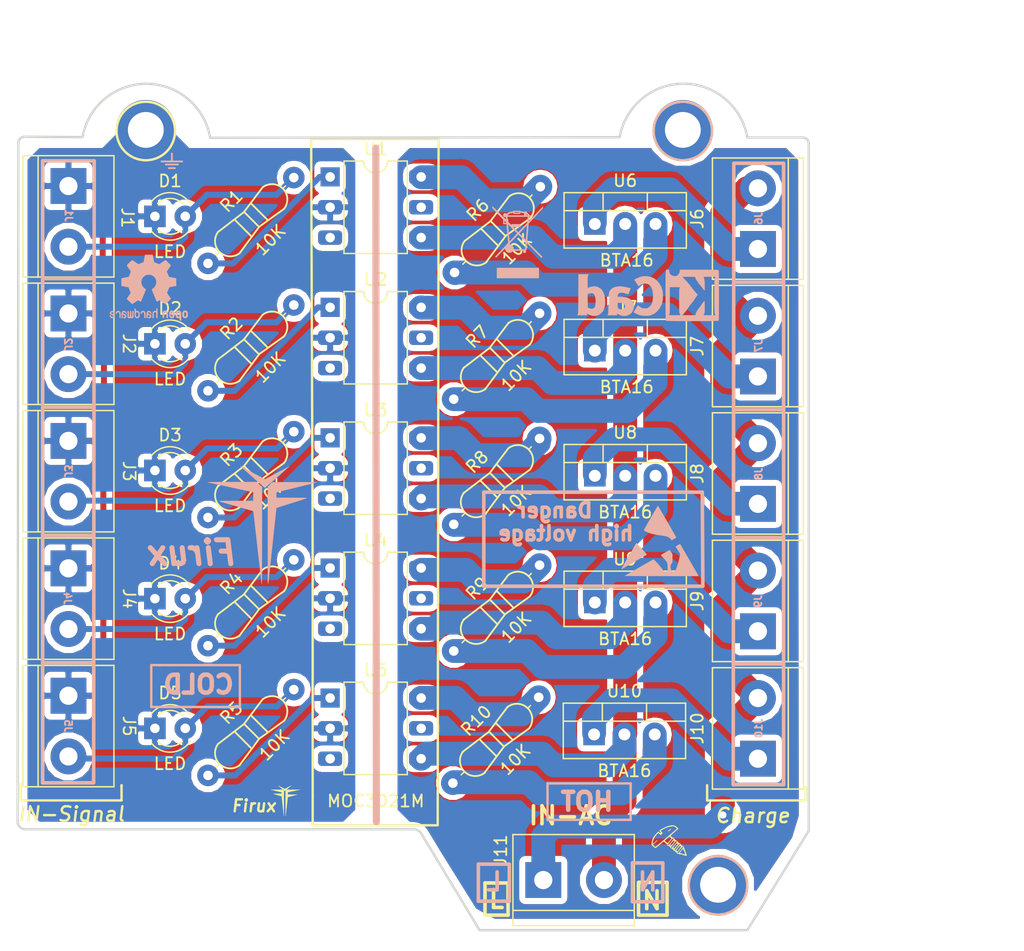
<source format=kicad_pcb>
(kicad_pcb (version 20171130) (host pcbnew "(5.0.0)")
  (layers (0 F.Cu signal) (31 B.Cu signal) (34 B.Paste user) (35 F.Paste user) (36 B.SilkS user) (37 F.SilkS user) (38 B.Mask user) (39 F.Mask user) (44 Edge.Cuts user))
  (net 0 "")
  (net 1 "Net-(D1-Pad2)")
  (net 2 GND)
  (net 3 "Net-(D2-Pad2)")
  (net 4 "Net-(D3-Pad2)")
  (net 5 "Net-(D4-Pad2)")
  (net 6 "Net-(D5-Pad2)")
  (net 7 "Net-(J10-Pad2)")
  (net 8 "Net-(J6-Pad1)")
  (net 9 "Net-(J7-Pad1)")
  (net 10 "Net-(J8-Pad1)")
  (net 11 "Net-(J9-Pad1)")
  (net 12 "Net-(J10-Pad1)")
  (net 13 "Net-(J11-Pad2)")
  (net 14 "Net-(R1-Pad1)")
  (net 15 "Net-(R2-Pad1)")
  (net 16 "Net-(R3-Pad1)")
  (net 17 "Net-(R4-Pad1)")
  (net 18 "Net-(R5-Pad1)")
  (net 19 "Net-(R6-Pad1)")
  (net 20 "Net-(R6-Pad2)")
  (net 21 "Net-(R7-Pad2)")
  (net 22 "Net-(R7-Pad1)")
  (net 23 "Net-(R8-Pad1)")
  (net 24 "Net-(R8-Pad2)")
  (net 25 "Net-(R9-Pad1)")
  (net 26 "Net-(R9-Pad2)")
  (net 27 "Net-(R10-Pad1)")
  (net 28 "Net-(R10-Pad2)")
  (net 29 "Net-(U1-Pad5)")
  (net 30 "Net-(U1-Pad3)")
  (net 31 "Net-(U2-Pad5)")
  (net 32 "Net-(U2-Pad3)")
  (net 33 "Net-(U3-Pad3)")
  (net 34 "Net-(U3-Pad5)")
  (net 35 "Net-(U4-Pad3)")
  (net 36 "Net-(U4-Pad5)")
  (net 37 "Net-(U5-Pad3)")
  (net 38 "Net-(U5-Pad5)")
  (module Firux:R_Axial_DIN0207_L6.3mm_D2.5mm_P10.16mm_Horizontal (layer F.Cu) (at 82.858795 81.098205 45)
    (fp_text reference R10 (at 5.08 -2.31 45) (layer F.SilkS))
    (fp_text value 10K (at 5.08 2.31 45) (layer F.SilkS))
    (pad 2 thru_hole oval (at 10.16 0 45) (size 1.8 1.8) (drill 0.8) (layers *.Cu *.Mask) (net 28 "Net-(R10-Pad2)"))
    (pad 1 thru_hole circle (at 0 0 45) (size 1.8 1.8) (drill 0.8) (layers *.Cu *.Mask) (net 27 "Net-(R10-Pad1)"))
  )
  (module Firux:R_Axial_DIN0207_L6.3mm_D2.5mm_P10.16mm_Horizontal (layer F.Cu) (at 82.931 70.0405 45)
    (fp_text reference R9 (at 5.08 -2.31 45) (layer F.SilkS))
    (fp_text value 10K (at 5.08 2.31 45) (layer F.SilkS))
    (pad 2 thru_hole oval (at 10.16 0 45) (size 1.8 1.8) (drill 0.8) (layers *.Cu *.Mask) (net 26 "Net-(R9-Pad2)"))
    (pad 1 thru_hole circle (at 0 0 45) (size 1.8 1.8) (drill 0.8) (layers *.Cu *.Mask) (net 25 "Net-(R9-Pad1)"))
  )
  (module Firux:R_Axial_DIN0207_L6.3mm_D2.5mm_P10.16mm_Horizontal (layer F.Cu) (at 82.931 59.436 45)
    (fp_text reference R8 (at 5.08 -2.31 45) (layer F.SilkS))
    (fp_text value 10K (at 5.08 2.31 45) (layer F.SilkS))
    (pad 2 thru_hole oval (at 10.16 0 45) (size 1.8 1.8) (drill 0.8) (layers *.Cu *.Mask) (net 24 "Net-(R8-Pad2)"))
    (pad 1 thru_hole circle (at 0 0 45) (size 1.8 1.8) (drill 0.8) (layers *.Cu *.Mask) (net 23 "Net-(R8-Pad1)"))
  )
  (module Firux:R_Axial_DIN0207_L6.3mm_D2.5mm_P10.16mm_Horizontal (layer F.Cu) (at 82.931 48.9585 45)
    (fp_text reference R7 (at 5.08 -2.31 45) (layer F.SilkS))
    (fp_text value 10K (at 5.08 2.31 45) (layer F.SilkS))
    (pad 2 thru_hole oval (at 10.16 0 45) (size 1.8 1.8) (drill 0.8) (layers *.Cu *.Mask) (net 21 "Net-(R7-Pad2)"))
    (pad 1 thru_hole circle (at 0 0 45) (size 1.8 1.8) (drill 0.8) (layers *.Cu *.Mask) (net 22 "Net-(R7-Pad1)"))
  )
  (module Firux:R_Axial_DIN0207_L6.3mm_D2.5mm_P10.16mm_Horizontal (layer F.Cu) (at 82.9945 38.354 45)
    (fp_text reference R6 (at 5.08 -2.31 45) (layer F.SilkS))
    (fp_text value 10K (at 5.08 2.31 45) (layer F.SilkS))
    (pad 2 thru_hole oval (at 10.16 0 45) (size 1.8 1.8) (drill 0.8) (layers *.Cu *.Mask) (net 20 "Net-(R6-Pad2)"))
    (pad 1 thru_hole circle (at 0 0 45) (size 1.8 1.8) (drill 0.8) (layers *.Cu *.Mask) (net 19 "Net-(R6-Pad1)"))
  )
  (module Firux:R_Axial_DIN0207_L6.3mm_D2.5mm_P10.16mm_Horizontal (layer F.Cu) (at 62.357 80.4545 45)
    (fp_text reference R5 (at 5.08 -2.31 45) (layer F.SilkS))
    (fp_text value 10K (at 5.720423 2.146281 45) (layer F.SilkS))
    (pad 2 thru_hole oval (at 10.16 0 45) (size 1.8 1.8) (drill 0.8) (layers *.Cu *.Mask) (net 6 "Net-(D5-Pad2)"))
    (pad 1 thru_hole circle (at 0 0 45) (size 1.8 1.8) (drill 0.8) (layers *.Cu *.Mask) (net 18 "Net-(R5-Pad1)"))
  )
  (module Firux:R_Axial_DIN0207_L6.3mm_D2.5mm_P10.16mm_Horizontal (layer F.Cu) (at 62.357 69.596 45)
    (fp_text reference R4 (at 5.08 -2.31 45) (layer F.SilkS))
    (fp_text value 10K (at 5.08 2.31 45) (layer F.SilkS))
    (pad 2 thru_hole oval (at 10.16 0 45) (size 1.8 1.8) (drill 0.8) (layers *.Cu *.Mask) (net 5 "Net-(D4-Pad2)"))
    (pad 1 thru_hole circle (at 0 0 45) (size 1.8 1.8) (drill 0.8) (layers *.Cu *.Mask) (net 17 "Net-(R4-Pad1)"))
  )
  (module Firux:R_Axial_DIN0207_L6.3mm_D2.5mm_P10.16mm_Horizontal (layer F.Cu) (at 62.357 58.8645 45)
    (fp_text reference R3 (at 5.08 -2.31 45) (layer F.SilkS))
    (fp_text value 10K (at 5.08 2.31 45) (layer F.SilkS))
    (pad 2 thru_hole oval (at 10.16 0 45) (size 1.8 1.8) (drill 0.8) (layers *.Cu *.Mask) (net 4 "Net-(D3-Pad2)"))
    (pad 1 thru_hole circle (at 0 0 45) (size 1.8 1.8) (drill 0.8) (layers *.Cu *.Mask) (net 16 "Net-(R3-Pad1)"))
  )
  (module Firux:R_Axial_DIN0207_L6.3mm_D2.5mm_P10.16mm_Horizontal (layer F.Cu) (at 62.357 48.26 45)
    (fp_text reference R2 (at 5.08 -2.31 45) (layer F.SilkS))
    (fp_text value 10K (at 5.08 2.31 45) (layer F.SilkS))
    (pad 2 thru_hole oval (at 10.16 0 45) (size 1.8 1.8) (drill 0.8) (layers *.Cu *.Mask) (net 3 "Net-(D2-Pad2)"))
    (pad 1 thru_hole circle (at 0 0 45) (size 1.8 1.8) (drill 0.8) (layers *.Cu *.Mask) (net 15 "Net-(R2-Pad1)"))
  )
  (module Firux:R_Axial_DIN0207_L6.3mm_D2.5mm_P10.16mm_Horizontal (layer F.Cu) (at 62.357 37.592 45)
    (fp_text reference R1 (at 5.08 -2.31 45) (layer F.SilkS))
    (fp_text value 10K (at 5.08 2.31 225) (layer F.SilkS))
    (pad 2 thru_hole oval (at 10.16 0 45) (size 1.8 1.8) (drill 0.8) (layers *.Cu *.Mask) (net 1 "Net-(D1-Pad2)"))
    (pad 1 thru_hole circle (at 0 0 45) (size 1.8 1.8) (drill 0.8) (layers *.Cu *.Mask) (net 14 "Net-(R1-Pad1)"))
  )
  (module TO_SOT_Packages_THT:TO-220-3_Vertical (layer F.Cu) (at 94.6785 77.0255)
    (fp_text reference U10 (at 2.54 -3.62) (layer F.SilkS))
    (fp_text value BTA16 (at 2.54 3.048) (layer F.SilkS))
    (pad 3 thru_hole oval (at 5.08 0) (size 1.8 1.8) (drill 1) (layers *.Cu *.Mask) (net 27 "Net-(R10-Pad1)"))
    (pad 2 thru_hole oval (at 2.54 0) (size 1.8 1.8) (drill 1) (layers *.Cu *.Mask) (net 13 "Net-(J11-Pad2)"))
    (pad 1 thru_hole rect (at 0 0) (size 1.8 1.8) (drill 1) (layers *.Cu *.Mask) (net 12 "Net-(J10-Pad1)"))
  )
  (module TO_SOT_Packages_THT:TO-220-3_Vertical (layer F.Cu) (at 94.742 65.9765)
    (fp_text reference U9 (at 2.54 -3.62) (layer F.SilkS))
    (fp_text value BTA16 (at 2.54 3.048) (layer F.SilkS))
    (pad 3 thru_hole oval (at 5.08 0) (size 1.8 1.8) (drill 1) (layers *.Cu *.Mask) (net 25 "Net-(R9-Pad1)"))
    (pad 2 thru_hole oval (at 2.54 0) (size 1.8 1.8) (drill 1) (layers *.Cu *.Mask) (net 13 "Net-(J11-Pad2)"))
    (pad 1 thru_hole rect (at 0 0) (size 1.8 1.8) (drill 1) (layers *.Cu *.Mask) (net 11 "Net-(J9-Pad1)"))
  )
  (module TO_SOT_Packages_THT:TO-220-3_Vertical (layer F.Cu) (at 94.742 55.372)
    (fp_text reference U8 (at 2.54 -3.62) (layer F.SilkS))
    (fp_text value BTA16 (at 2.54 3.048) (layer F.SilkS))
    (pad 1 thru_hole rect (at 0 0) (size 1.8 1.8) (drill 1) (layers *.Cu *.Mask) (net 10 "Net-(J8-Pad1)"))
    (pad 2 thru_hole oval (at 2.54 0) (size 1.8 1.8) (drill 1) (layers *.Cu *.Mask) (net 13 "Net-(J11-Pad2)"))
    (pad 3 thru_hole oval (at 5.08 0) (size 1.8 1.8) (drill 1) (layers *.Cu *.Mask) (net 23 "Net-(R8-Pad1)"))
  )
  (module TO_SOT_Packages_THT:TO-220-3_Vertical (layer F.Cu) (at 94.742 44.8945)
    (fp_text reference U7 (at 2.54 -3.62) (layer F.SilkS))
    (fp_text value BTA16 (at 2.667 3.048) (layer F.SilkS))
    (pad 3 thru_hole oval (at 5.08 0) (size 1.8 1.8) (drill 1) (layers *.Cu *.Mask) (net 22 "Net-(R7-Pad1)"))
    (pad 2 thru_hole oval (at 2.54 0) (size 1.8 1.8) (drill 1) (layers *.Cu *.Mask) (net 13 "Net-(J11-Pad2)"))
    (pad 1 thru_hole rect (at 0 0) (size 1.8 1.8) (drill 1) (layers *.Cu *.Mask) (net 9 "Net-(J7-Pad1)"))
  )
  (module Housings_DIP:DIP-6_W7.62mm (layer F.Cu) (at 72.5805 73.9775)
    (fp_text reference U5 (at 3.81 -2.33) (layer F.SilkS))
    (fp_text value MOC3021M (at 3.8227 8.6233) (layer F.SilkS))
    (pad 6 thru_hole roundrect (at 7.62 0) (size 2 1.2) (drill 0.8) (layers *.Cu *.Mask) (net 28 "Net-(R10-Pad2)"))
    (pad 3 thru_hole roundrect (at 0 5.08) (size 2 1.2) (drill 0.8) (layers *.Cu *.Mask) (net 37 "Net-(U5-Pad3)"))
    (pad 5 thru_hole roundrect (at 7.62 2.54) (size 2 1.2) (drill 0.8) (layers *.Cu *.Mask) (net 38 "Net-(U5-Pad5)"))
    (pad 2 thru_hole roundrect (at 0 2.54) (size 2 1.2) (drill 0.8) (layers *.Cu *.Mask) (net 2 GND))
    (pad 4 thru_hole roundrect (at 7.62 5.08) (size 2 1.2) (drill 0.8) (layers *.Cu *.Mask) (net 13 "Net-(J11-Pad2)"))
    (pad 1 thru_hole rect (at 0 0) (size 1.6 1.6) (drill 0.8) (layers *.Cu *.Mask) (net 18 "Net-(R5-Pad1)"))
  )
  (module Housings_DIP:DIP-6_W7.62mm (layer F.Cu) (at 72.5805 63.0936)
    (fp_text reference U4 (at 3.81 -2.33) (layer F.SilkS))
    (fp_text value MOC3021M)
    (pad 6 thru_hole roundrect (at 7.62 0) (size 2 1.2) (drill 0.8) (layers *.Cu *.Mask) (net 26 "Net-(R9-Pad2)"))
    (pad 3 thru_hole roundrect (at 0 5.08) (size 2 1.2) (drill 0.8) (layers *.Cu *.Mask) (net 35 "Net-(U4-Pad3)"))
    (pad 5 thru_hole roundrect (at 7.62 2.54) (size 2 1.2) (drill 0.8) (layers *.Cu *.Mask) (net 36 "Net-(U4-Pad5)"))
    (pad 2 thru_hole roundrect (at 0 2.54) (size 2 1.2) (drill 0.8) (layers *.Cu *.Mask) (net 2 GND))
    (pad 4 thru_hole roundrect (at 7.62 5.08) (size 2 1.2) (drill 0.8) (layers *.Cu *.Mask) (net 13 "Net-(J11-Pad2)"))
    (pad 1 thru_hole rect (at 0 0) (size 1.6 1.6) (drill 0.8) (layers *.Cu *.Mask) (net 17 "Net-(R4-Pad1)"))
  )
  (module Housings_DIP:DIP-6_W7.62mm (layer F.Cu) (at 72.5805 52.197)
    (fp_text reference U3 (at 3.81 -2.33) (layer F.SilkS))
    (fp_text value MOC3021M)
    (pad 1 thru_hole rect (at 0 0) (size 1.6 1.6) (drill 0.8) (layers *.Cu *.Mask) (net 16 "Net-(R3-Pad1)"))
    (pad 4 thru_hole roundrect (at 7.62 5.08) (size 2 1.2) (drill 0.8) (layers *.Cu *.Mask) (net 13 "Net-(J11-Pad2)"))
    (pad 2 thru_hole roundrect (at 0 2.54) (size 2 1.2) (drill 0.8) (layers *.Cu *.Mask) (net 2 GND))
    (pad 5 thru_hole roundrect (at 7.62 2.54) (size 2 1.2) (drill 0.8) (layers *.Cu *.Mask) (net 34 "Net-(U3-Pad5)"))
    (pad 3 thru_hole roundrect (at 0 5.08) (size 2 1.2) (drill 0.8) (layers *.Cu *.Mask) (net 33 "Net-(U3-Pad3)"))
    (pad 6 thru_hole roundrect (at 7.62 0) (size 2 1.2) (drill 0.8) (layers *.Cu *.Mask) (net 24 "Net-(R8-Pad2)"))
  )
  (module Housings_DIP:DIP-6_W7.62mm (layer F.Cu) (at 72.5805 41.275)
    (fp_text reference U2 (at 3.81 -2.33) (layer F.SilkS))
    (fp_text value MOC3021M)
    (pad 1 thru_hole rect (at 0 0) (size 1.6 1.6) (drill 0.8) (layers *.Cu *.Mask) (net 15 "Net-(R2-Pad1)"))
    (pad 4 thru_hole roundrect (at 7.62 5.08) (size 2 1.2) (drill 0.8) (layers *.Cu *.Mask) (net 13 "Net-(J11-Pad2)"))
    (pad 2 thru_hole roundrect (at 0 2.54) (size 2 1.2) (drill 0.8) (layers *.Cu *.Mask) (net 2 GND))
    (pad 5 thru_hole roundrect (at 7.62 2.54) (size 2 1.2) (drill 0.8) (layers *.Cu *.Mask) (net 31 "Net-(U2-Pad5)"))
    (pad 3 thru_hole roundrect (at 0 5.08) (size 2 1.2) (drill 0.8) (layers *.Cu *.Mask) (net 32 "Net-(U2-Pad3)"))
    (pad 6 thru_hole roundrect (at 7.62 0) (size 2 1.2) (drill 0.8) (layers *.Cu *.Mask) (net 21 "Net-(R7-Pad2)"))
  )
  (module Connectors_Terminal_Blocks:TerminalBlock_bornier-2_P5.08mm (layer F.Cu) (at 90.424 89.2175)
    (fp_text reference J11 (at -3.556 -2.4765 90) (layer F.SilkS))
    (fp_text value Linea)
    (pad 1 thru_hole rect (at 0 0) (size 3 3) (drill 1.52) (layers *.Cu *.Mask) (net 7 "Net-(J10-Pad2)"))
    (pad 2 thru_hole circle (at 5.08 0) (size 3 3) (drill 1.52) (layers *.Cu *.Mask) (net 13 "Net-(J11-Pad2)"))
  )
  (module Connectors_Terminal_Blocks:TerminalBlock_bornier-2_P5.08mm (layer F.Cu) (at 108.3945 79.0575 90)
    (fp_text reference J10 (at 2.54 -5.08 90) (layer F.SilkS))
    (fp_text value Linea)
    (pad 2 thru_hole circle (at 5.08 0 90) (size 3 3) (drill 1.52) (layers *.Cu *.Mask) (net 7 "Net-(J10-Pad2)"))
    (pad 1 thru_hole rect (at 0 0 90) (size 3 3) (drill 1.52) (layers *.Cu *.Mask) (net 12 "Net-(J10-Pad1)"))
  )
  (module Connectors_Terminal_Blocks:TerminalBlock_bornier-2_P5.08mm (layer F.Cu) (at 108.3945 68.3895 90)
    (fp_text reference J9 (at 2.54 -5.08 90) (layer F.SilkS))
    (fp_text value Linea)
    (pad 2 thru_hole circle (at 5.08 0 90) (size 3 3) (drill 1.52) (layers *.Cu *.Mask) (net 7 "Net-(J10-Pad2)"))
    (pad 1 thru_hole rect (at 0 0 90) (size 3 3) (drill 1.52) (layers *.Cu *.Mask) (net 11 "Net-(J9-Pad1)"))
  )
  (module Connectors_Terminal_Blocks:TerminalBlock_bornier-2_P5.08mm (layer F.Cu) (at 108.3945 57.7215 90)
    (fp_text reference J8 (at 2.54 -5.08 90) (layer F.SilkS))
    (fp_text value Linea)
    (pad 2 thru_hole circle (at 5.08 0 90) (size 3 3) (drill 1.52) (layers *.Cu *.Mask) (net 7 "Net-(J10-Pad2)"))
    (pad 1 thru_hole rect (at 0 0 90) (size 3 3) (drill 1.52) (layers *.Cu *.Mask) (net 10 "Net-(J8-Pad1)"))
  )
  (module Connectors_Terminal_Blocks:TerminalBlock_bornier-2_P5.08mm (layer F.Cu) (at 108.3945 47.0535 90)
    (fp_text reference J7 (at 2.54 -5.08 90) (layer F.SilkS))
    (fp_text value Linea)
    (pad 2 thru_hole circle (at 5.08 0 90) (size 3 3) (drill 1.52) (layers *.Cu *.Mask) (net 7 "Net-(J10-Pad2)"))
    (pad 1 thru_hole rect (at 0 0 90) (size 3 3) (drill 1.52) (layers *.Cu *.Mask) (net 9 "Net-(J7-Pad1)"))
  )
  (module Connectors_Terminal_Blocks:TerminalBlock_bornier-2_P5.08mm (layer F.Cu) (at 108.3945 36.3855 90)
    (fp_text reference J6 (at 2.54 -5.08 90) (layer F.SilkS))
    (fp_text value Linea)
    (pad 1 thru_hole rect (at 0 0 90) (size 3 3) (drill 1.52) (layers *.Cu *.Mask) (net 8 "Net-(J6-Pad1)"))
    (pad 2 thru_hole circle (at 5.08 0 90) (size 3 3) (drill 1.52) (layers *.Cu *.Mask) (net 7 "Net-(J10-Pad2)"))
  )
  (module Connectors_Terminal_Blocks:TerminalBlock_bornier-2_P5.08mm (layer F.Cu) (at 50.673 73.787 270)
    (fp_text reference J5 (at 2.54 -5.08 270 unlocked) (layer F.SilkS))
    (fp_text value Linea)
    (pad 2 thru_hole circle (at 5.08 0 270) (size 3 3) (drill 1.52) (layers *.Cu *.Mask) (net 6 "Net-(D5-Pad2)"))
    (pad 1 thru_hole rect (at 0 0 270) (size 3 3) (drill 1.52) (layers *.Cu *.Mask) (net 2 GND))
  )
  (module Connectors_Terminal_Blocks:TerminalBlock_bornier-2_P5.08mm (layer F.Cu) (at 50.673 63.119 270)
    (fp_text reference J4 (at 2.54 -5.08 270 unlocked) (layer F.SilkS))
    (fp_text value Linea)
    (pad 1 thru_hole rect (at 0 0 270) (size 3 3) (drill 1.52) (layers *.Cu *.Mask) (net 2 GND))
    (pad 2 thru_hole circle (at 5.08 0 270) (size 3 3) (drill 1.52) (layers *.Cu *.Mask) (net 5 "Net-(D4-Pad2)"))
  )
  (module Connectors_Terminal_Blocks:TerminalBlock_bornier-2_P5.08mm (layer F.Cu) (at 50.673 52.451 270)
    (fp_text reference J3 (at 2.54 -5.08 270 unlocked) (layer F.SilkS))
    (fp_text value Linea)
    (pad 1 thru_hole rect (at 0 0 270) (size 3 3) (drill 1.52) (layers *.Cu *.Mask) (net 2 GND))
    (pad 2 thru_hole circle (at 5.08 0 270) (size 3 3) (drill 1.52) (layers *.Cu *.Mask) (net 4 "Net-(D3-Pad2)"))
  )
  (module Connectors_Terminal_Blocks:TerminalBlock_bornier-2_P5.08mm (layer F.Cu) (at 50.673 41.783 270)
    (fp_text reference J2 (at 2.54 -5.08 270 unlocked) (layer F.SilkS))
    (fp_text value Linea)
    (pad 1 thru_hole rect (at 0 0 270) (size 3 3) (drill 1.52) (layers *.Cu *.Mask) (net 2 GND))
    (pad 2 thru_hole circle (at 5.08 0 270) (size 3 3) (drill 1.52) (layers *.Cu *.Mask) (net 3 "Net-(D2-Pad2)"))
  )
  (module LEDs:LED_D3.0mm (layer F.Cu) (at 57.912 76.5175)
    (fp_text reference D5 (at 1.27 -2.96) (layer F.SilkS))
    (fp_text value LED (at 1.27 2.96) (layer F.SilkS))
    (pad 2 thru_hole circle (at 2.54 0) (size 1.8 1.8) (drill 0.8) (layers *.Cu *.Mask) (net 6 "Net-(D5-Pad2)"))
    (pad 1 thru_hole rect (at 0 0) (size 1.8 1.8) (drill 0.8) (layers *.Cu *.Mask) (net 2 GND))
  )
  (module LEDs:LED_D3.0mm (layer F.Cu) (at 57.912 65.659)
    (fp_text reference D4 (at 1.27 -2.96) (layer F.SilkS))
    (fp_text value LED (at 1.27 2.96) (layer F.SilkS))
    (pad 1 thru_hole rect (at 0 0) (size 1.8 1.8) (drill 0.8) (layers *.Cu *.Mask) (net 2 GND))
    (pad 2 thru_hole circle (at 2.54 0) (size 1.8 1.8) (drill 0.8) (layers *.Cu *.Mask) (net 5 "Net-(D4-Pad2)"))
  )
  (module LEDs:LED_D3.0mm (layer F.Cu) (at 57.912 54.9275)
    (fp_text reference D3 (at 1.27 -2.96) (layer F.SilkS))
    (fp_text value LED (at 1.27 2.96) (layer F.SilkS))
    (pad 1 thru_hole rect (at 0 0) (size 1.8 1.8) (drill 0.8) (layers *.Cu *.Mask) (net 2 GND))
    (pad 2 thru_hole circle (at 2.54 0) (size 1.8 1.8) (drill 0.8) (layers *.Cu *.Mask) (net 4 "Net-(D3-Pad2)"))
  )
  (module LEDs:LED_D3.0mm (layer F.Cu) (at 57.912 44.323)
    (fp_text reference D2 (at 1.27 -2.96) (layer F.SilkS))
    (fp_text value LED (at 1.27 2.96) (layer F.SilkS))
    (pad 2 thru_hole circle (at 2.54 0) (size 1.8 1.8) (drill 0.8) (layers *.Cu *.Mask) (net 3 "Net-(D2-Pad2)"))
    (pad 1 thru_hole rect (at 0 0) (size 1.8 1.8) (drill 0.8) (layers *.Cu *.Mask) (net 2 GND))
  )
  (module LEDs:LED_D3.0mm (layer F.Cu) (at 57.912 33.655)
    (fp_text reference D1 (at 1.27 -2.96) (layer F.SilkS))
    (fp_text value LED (at 1.27 2.96) (layer F.SilkS))
    (pad 2 thru_hole circle (at 2.54 0) (size 1.8 1.8) (drill 0.8) (layers *.Cu *.Mask) (net 1 "Net-(D1-Pad2)"))
    (pad 1 thru_hole rect (at 0 0) (size 1.8 1.8) (drill 0.8) (layers *.Cu *.Mask) (net 2 GND))
  )
  (module TO_SOT_Packages_THT:TO-220-3_Vertical (layer F.Cu) (at 94.742 34.29)
    (fp_text reference U6 (at 2.54 -3.62) (layer F.SilkS))
    (fp_text value BTA16 (at 2.667 3.048) (layer F.SilkS))
    (pad 1 thru_hole rect (at 0 0) (size 1.8 1.8) (drill 1) (layers *.Cu *.Mask) (net 8 "Net-(J6-Pad1)"))
    (pad 2 thru_hole oval (at 2.54 0) (size 1.8 1.8) (drill 1) (layers *.Cu *.Mask) (net 13 "Net-(J11-Pad2)"))
    (pad 3 thru_hole oval (at 5.08 0) (size 1.8 1.8) (drill 1) (layers *.Cu *.Mask) (net 19 "Net-(R6-Pad1)"))
  )
  (module Connectors_Terminal_Blocks:TerminalBlock_bornier-2_P5.08mm (layer F.Cu) (at 50.673 31.115 270)
    (fp_text reference J1 (at 2.667 -4.953 270 unlocked) (layer F.SilkS))
    (fp_text value Linea)
    (pad 1 thru_hole rect (at 0 0 270) (size 3 3) (drill 1.52) (layers *.Cu *.Mask) (net 2 GND))
    (pad 2 thru_hole circle (at 5.08 0 270) (size 3 3) (drill 1.52) (layers *.Cu *.Mask) (net 1 "Net-(D1-Pad2)"))
  )
  (module Housings_DIP:DIP-6_W7.62mm (layer F.Cu) (at 72.5805 30.353)
    (fp_text reference U1 (at 3.81 -2.33) (layer F.SilkS))
    (fp_text value MOC3021M)
    (pad 6 thru_hole roundrect (at 7.62 0) (size 2 1.2) (drill 0.8) (layers *.Cu *.Mask) (net 20 "Net-(R6-Pad2)"))
    (pad 3 thru_hole roundrect (at 0 5.08) (size 2 1.2) (drill 0.8) (layers *.Cu *.Mask) (net 30 "Net-(U1-Pad3)"))
    (pad 5 thru_hole roundrect (at 7.62 2.54) (size 2 1.2) (drill 0.8) (layers *.Cu *.Mask) (net 29 "Net-(U1-Pad5)"))
    (pad 2 thru_hole roundrect (at 0 2.54) (size 2 1.2) (drill 0.8) (layers *.Cu *.Mask) (net 2 GND))
    (pad 4 thru_hole roundrect (at 7.62 5.08) (size 2 1.2) (drill 0.8) (layers *.Cu *.Mask) (net 13 "Net-(J11-Pad2)"))
    (pad 1 thru_hole rect (at 0 0) (size 1.6 1.6) (drill 0.8) (layers *.Cu *.Mask) (net 14 "Net-(R1-Pad1)"))
  )
  (module Symbols:OSHW-Logo2_7.3x6mm_SilkScreen (layer B.Cu) (at 57.404 39.624 180)
    (fp_text reference "" hide)
    (fp_text value OSHW-Logo2_7.3x6mm_SilkScreen hide)
  )
  (module Symbols:WEEE-Logo_4.2x6mm_SilkScreen (layer B.Cu) (at 88.2904 35.814 180)
    (fp_text reference REF*** hide)
    (fp_text value WEEE-Logo_4.2x6mm_SilkScreen hide)
  )
  (module Symbols:Symbol_KiCAD-Logo_CopperAndSilkScreenTop (layer B.Cu) (at 99.2124 40.0812 180)
    (fp_text reference REF** hide)
    (fp_text value "KiCAD Logo" hide)
  )
  (module Symbols:ESD-Logo_6.6x6mm_SilkScreen (layer B.Cu) (at 100.1776 60.8076 180)
    (fp_text reference REF*** hide)
    (fp_text value ESD-Logo_6.6x6mm_SilkScreen hide)
  )
  (module Firux:tornillo (layer F.Cu) (at 101.2444 85.852)
    (fp_text reference G*** hide)
    (fp_text value LOGO hide)
  )
  (module Firux:tierrapcb (layer B.Cu) (at 59.3344 28.956 180)
    (fp_text reference REF** hide)
    (fp_text value tierrapcb)
  )
  (module Firux:logofirux (layer B.Cu) (at 67.1068 59.182 180)
    (fp_text reference G*** hide)
    (fp_text value LOGO hide)
  )
  (module Firux:logofiruxsmall (layer F.Cu) (at 68.7832 82.4992)
    (fp_text reference G*** hide)
    (fp_text value LOGO hide)
  )
  (gr_line (start 85.5472 89.4588) (end 87.376 89.4588) (layer F.SilkS) (width 0.3))
  (gr_line (start 85.5472 92.1512) (end 85.5472 89.4588) (layer F.SilkS) (width 0.3))
  (gr_line (start 87.4776 92.1512) (end 85.5472 92.1512) (layer F.SilkS) (width 0.3))
  (gr_line (start 87.4776 89.4588) (end 87.4776 92.1512) (layer F.SilkS) (width 0.3))
  (gr_line (start 98.3996 89.408) (end 98.3996 89.7636) (layer F.SilkS) (width 0.3))
  (gr_line (start 100.7872 89.408) (end 98.3996 89.408) (layer F.SilkS) (width 0.3))
  (gr_line (start 100.7872 92.1512) (end 100.7872 89.408) (layer F.SilkS) (width 0.3))
  (gr_line (start 98.3996 92.1512) (end 100.7872 92.1512) (layer F.SilkS) (width 0.3))
  (gr_line (start 98.3996 89.662) (end 98.3996 92.1512) (layer F.SilkS) (width 0.3))
  (gr_line (start 110.49 71.12) (end 106.3244 71.12) (layer B.SilkS) (width 0.3))
  (gr_line (start 110.5408 60.5536) (end 106.3752 60.5536) (layer B.SilkS) (width 0.3))
  (gr_line (start 110.5408 49.8348) (end 106.3752 49.8348) (layer B.SilkS) (width 0.3))
  (gr_line (start 110.5408 39.1668) (end 106.426 39.1668) (layer B.SilkS) (width 0.3))
  (gr_line (start 110.5408 81.026) (end 110.5408 81.2292) (layer B.SilkS) (width 0.3))
  (gr_line (start 110.5408 29.21) (end 110.5408 81.1276) (layer B.SilkS) (width 0.3))
  (gr_line (start 106.3752 29.21) (end 110.49 29.21) (layer B.SilkS) (width 0.3))
  (gr_line (start 106.3244 81.2292) (end 106.3752 29.21) (layer B.SilkS) (width 0.3))
  (gr_line (start 110.5408 81.2292) (end 106.3244 81.2292) (layer B.SilkS) (width 0.3))
  (gr_line (start 48.514 71.0184) (end 52.6796 71.0184) (layer B.SilkS) (width 0.3))
  (gr_line (start 48.5648 60.3504) (end 52.6796 60.3504) (layer B.SilkS) (width 0.3))
  (gr_line (start 48.6156 49.6316) (end 52.7812 49.6316) (layer B.SilkS) (width 0.3))
  (gr_line (start 48.5648 38.862) (end 52.7812 38.862) (layer B.SilkS) (width 0.3))
  (gr_line (start 48.514 81.0768) (end 48.514 29.0068) (layer B.SilkS) (width 0.3))
  (gr_line (start 52.7812 81.0768) (end 48.514 81.0768) (layer B.SilkS) (width 0.3))
  (gr_line (start 52.832 29.0576) (end 52.7812 81.026) (layer B.SilkS) (width 0.3))
  (gr_line (start 48.5648 29.0068) (end 52.832 29.0068) (layer B.SilkS) (width 0.3))
  (gr_text Firux (at 61.0616 61.8236) (layer B.SilkS) (effects (font (size 2 2) (thickness 0.425) italic) (justify mirror)))
  (gr_line (start 85.4456 64.6176) (end 85.4456 56.7436) (layer B.SilkS) (width 0.3))
  (gr_line (start 103.7844 64.6176) (end 85.4456 64.6176) (layer B.SilkS) (width 0.3))
  (gr_line (start 103.7336 56.7436) (end 103.7844 64.6176) (layer B.SilkS) (width 0.3))
  (gr_line (start 85.4456 56.7436) (end 103.7336 56.7436) (layer B.SilkS) (width 0.3))
  (gr_text J10 (at 108.458 76.5048 90) (layer B.SilkS) (effects (font (size 0.6 0.6)) (justify mirror)))
  (gr_text J9 (at 108.4072 65.8876 90) (layer B.SilkS) (effects (font (size 0.6 0.6)) (justify mirror)))
  (gr_text J8 (at 108.458 55.2196 90) (layer B.SilkS) (effects (font (size 0.6 0.6)) (justify mirror)))
  (gr_text J7 (at 108.458 44.5008 90) (layer B.SilkS) (effects (font (size 0.6 0.6)) (justify mirror)))
  (gr_text J6 (at 108.458 33.8328 90) (layer B.SilkS) (effects (font (size 0.6 0.6)) (justify mirror)))
  (gr_text J5 (at 50.6476 76.3016 270) (layer B.SilkS) (effects (font (size 0.6 0.6)) (justify mirror)))
  (gr_text J4 (at 50.5968 65.6336 270) (layer B.SilkS) (effects (font (size 0.6 0.6)) (justify mirror)))
  (gr_text J3 (at 50.6476 54.9656 270) (layer B.SilkS) (effects (font (size 0.6 0.6)) (justify mirror)))
  (gr_text J2 (at 50.6476 44.3484 270) (layer B.SilkS) (effects (font (size 0.6 0.6)) (justify mirror)))
  (gr_text J1 (at 50.6984 33.5788 270) (layer B.SilkS) (effects (font (size 0.6 0.6)) (justify mirror)))
  (gr_circle (center 102.108 26.507055) (end 104.556945 26.507055) (layer B.SilkS) (width 0.2))
  (gr_circle (center 105.0544 89.662) (end 107.503345 89.662) (layer B.SilkS) (width 0.2))
  (gr_text Firux (at 66.1924 83.0072) (layer F.SilkS) (effects (font (size 1 1) (thickness 0.2) italic)))
  (gr_line (start 87.5792 90.9828) (end 87.5792 87.9348) (layer B.SilkS) (width 0.3))
  (gr_line (start 84.9884 90.9828) (end 87.5792 90.9828) (layer B.SilkS) (width 0.3))
  (gr_line (start 84.9884 87.884) (end 84.9884 90.9828) (layer B.SilkS) (width 0.3))
  (gr_line (start 87.5792 87.884) (end 84.9884 87.884) (layer B.SilkS) (width 0.3))
  (gr_line (start 97.8916 90.9828) (end 97.8916 87.7824) (layer B.SilkS) (width 0.3))
  (gr_line (start 100.4316 91.0336) (end 97.8916 91.0336) (layer B.SilkS) (width 0.3))
  (gr_line (start 100.4316 87.7824) (end 100.4316 91.0336) (layer B.SilkS) (width 0.3))
  (gr_line (start 97.8916 87.7824) (end 100.4316 87.7824) (layer B.SilkS) (width 0.3))
  (gr_text "   Danger \nhigh voltage" (at 92.3036 59.2328) (layer B.SilkS) (effects (font (size 1.2 1.2) (thickness 0.3)) (justify mirror)))
  (gr_line (start 76.4032 27.94) (end 76.454 84.328) (layer B.SilkS) (width 0.6))
  (gr_line (start 58.3184 71.2216) (end 57.6072 71.2216) (layer B.SilkS) (width 0.2))
  (gr_line (start 58.3692 71.2216) (end 58.3184 71.2216) (layer B.SilkS) (width 0.2))
  (gr_line (start 57.6072 74.7268) (end 57.6072 71.2216) (layer B.SilkS) (width 0.2))
  (gr_line (start 65.024 74.7268) (end 57.6072 74.7268) (layer B.SilkS) (width 0.2))
  (gr_line (start 65.024 71.2216) (end 65.024 74.7268) (layer B.SilkS) (width 0.2))
  (gr_line (start 58.3184 71.2216) (end 65.024 71.2216) (layer B.SilkS) (width 0.2))
  (gr_line (start 97.7392 81.1276) (end 90.7796 81.1276) (layer B.SilkS) (width 0.2))
  (gr_line (start 97.7392 84.1756) (end 97.7392 81.1276) (layer B.SilkS) (width 0.2))
  (gr_line (start 90.7796 84.1756) (end 97.7392 84.1756) (layer B.SilkS) (width 0.2))
  (gr_line (start 90.7796 81.1276) (end 90.7796 84.1756) (layer B.SilkS) (width 0.2))
  (gr_text L (at 86.3092 89.3572) (layer B.SilkS) (effects (font (size 1.5 1.5) (thickness 0.3)) (justify mirror)))
  (gr_text N (at 99.1616 89.3572) (layer B.SilkS) (effects (font (size 1.5 1.5) (thickness 0.3)) (justify mirror)))
  (gr_text COLD (at 61.5696 72.8472) (layer B.SilkS) (effects (font (size 1.5 1.5) (thickness 0.375)) (justify mirror)))
  (gr_text HOT (at 94.0816 82.6516) (layer B.SilkS) (effects (font (size 1.5 1.5) (thickness 0.375)) (justify mirror)))
  (gr_arc (start 79.5655 85.725) (end 79.5655 84.963) (angle 63.43498245) (layer Edge.Cuts) (width 0.2))
  (gr_arc (start 47.0535 84.328) (end 46.4185 84.328) (angle -90) (layer Edge.Cuts) (width 0.2))
  (gr_arc (start 46.99 27.4955) (end 46.99 26.9875) (angle -90) (layer Edge.Cuts) (width 0.2))
  (gr_arc (start 112.141 27.559) (end 112.649 27.559) (angle -90) (layer Edge.Cuts) (width 0.2))
  (gr_arc (start 57.187497 27.976807) (end 62.5348 27.0764) (angle -160.3059337) (layer Edge.Cuts) (width 0.2))
  (gr_arc (start 102.161106 27.971518) (end 107.5055 27.051) (angle -160.1753876) (layer Edge.Cuts) (width 0.2))
  (gr_line (start 46.4185 84.328) (end 46.482 27.4955) (layer Edge.Cuts) (width 0.2))
  (gr_line (start 79.5655 84.963) (end 47.0535 84.963) (layer Edge.Cuts) (width 0.2))
  (gr_line (start 85.09 93.4085) (end 80.264 85.4075) (layer Edge.Cuts) (width 0.2))
  (gr_line (start 107.5055 93.4085) (end 85.09 93.4085) (layer Edge.Cuts) (width 0.2))
  (gr_line (start 112.649 85.09) (end 107.5055 93.4085) (layer Edge.Cuts) (width 0.2))
  (gr_line (start 112.649 27.559) (end 112.649 85.09) (layer Edge.Cuts) (width 0.2))
  (gr_line (start 107.5055 27.051) (end 112.141 27.051) (layer Edge.Cuts) (width 0.2))
  (gr_line (start 62.5348 27.0764) (end 96.8248 27.0256) (layer Edge.Cuts) (width 0.2))
  (gr_line (start 46.99 26.9875) (end 51.8541 27.02306) (layer Edge.Cuts) (width 0.2))
  (gr_circle (center 105.0544 89.664155) (end 106.8324 91.348212) (layer F.SilkS) (width 0.2))
  (gr_circle (center 102.108 26.507055) (end 103.886 28.191112) (layer F.SilkS) (width 0.2))
  (gr_circle (center 57.15 26.509943) (end 58.834057 24.731943) (layer F.SilkS) (width 0.2))
  (gr_text Charge (at 107.95 83.82) (layer F.SilkS) (effects (font (size 1.2 1.2) (thickness 0.2) italic)))
  (gr_line (start 112.395 82.55) (end 112.395 81.407) (layer F.SilkS) (width 0.2))
  (gr_line (start 104.14 82.55) (end 112.395 82.55) (layer F.SilkS) (width 0.2))
  (gr_line (start 104.14 81.28) (end 104.14 82.55) (layer F.SilkS) (width 0.2))
  (gr_text IN-Signal (at 50.927 83.693) (layer F.SilkS) (effects (font (size 1.2 1.2) (thickness 0.2) italic)))
  (gr_line (start 55.118 81.28) (end 55.118 81.407) (layer F.SilkS) (width 0.2))
  (gr_line (start 55.118 82.55) (end 55.118 81.28) (layer F.SilkS) (width 0.2))
  (gr_line (start 46.6725 82.55) (end 55.118 82.55) (layer F.SilkS) (width 0.2))
  (gr_line (start 46.6725 81.153) (end 46.6725 82.55) (layer F.SilkS) (width 0.2))
  (gr_text IN-AC (at 92.71 83.82) (layer F.SilkS) (effects (font (size 1.5 1.5) (thickness 0.3))))
  (gr_text N (at 99.5172 90.932) (layer F.SilkS) (effects (font (size 1.5 1.5) (thickness 0.3))))
  (gr_text L (at 86.5124 90.8304) (layer F.SilkS) (effects (font (size 1.5 1.5) (thickness 0.3))))
  (gr_line (start 71.12 62.5475) (end 70.993 27.178) (layer F.SilkS) (width 0.2))
  (gr_line (start 71.12 84.6328) (end 71.12 82.169) (layer F.SilkS) (width 0.2))
  (gr_line (start 71.12 62.4205) (end 71.12 82.169) (layer F.SilkS) (width 0.2))
  (gr_line (start 81.534 84.6328) (end 71.12 84.6328) (layer F.SilkS) (width 0.2))
  (gr_line (start 81.661 27.178) (end 81.5848 84.6328) (layer F.SilkS) (width 0.2))
  (gr_line (start 70.993 27.178) (end 81.661 27.178) (layer F.SilkS) (width 0.2))
  (via (at 102.108 26.416) (size 5) (drill 3) (layers F.Cu B.Cu) (net 0))
  (via (at 105.0544 89.6112) (size 5) (drill 3) (layers F.Cu B.Cu) (net 0))
  (segment (start 60.452 35.3568) (end 60.452 33.655) (width 0.5) (layer B.Cu) (net 1))
  (segment (start 50.673 36.195) (end 59.6138 36.195) (width 0.5) (layer B.Cu) (net 1))
  (segment (start 59.6138 36.195) (end 60.452 35.3568) (width 0.5) (layer B.Cu) (net 1))
  (segment (start 68.0974 31.8516) (end 69.541205 30.407795) (width 0.5) (layer B.Cu) (net 1))
  (segment (start 60.452 33.655) (end 62.2554 31.8516) (width 0.5) (layer B.Cu) (net 1))
  (segment (start 62.2554 31.8516) (end 68.0974 31.8516) (width 0.5) (layer B.Cu) (net 1))
  (via (at 57.15 26.416) (size 5) (drill 3) (layers F.Cu B.Cu) (net 2))
  (segment (start 52.705 41.783) (end 50.673 41.783) (width 0.5) (layer F.Cu) (net 2))
  (segment (start 53.5432 40.9448) (end 52.705 41.783) (width 0.5) (layer F.Cu) (net 2))
  (segment (start 53.5432 31.9852) (end 53.5432 40.9448) (width 0.5) (layer F.Cu) (net 2))
  (segment (start 50.673 31.115) (end 52.673 31.115) (width 0.5) (layer F.Cu) (net 2))
  (segment (start 52.673 31.115) (end 53.5432 31.9852) (width 0.5) (layer F.Cu) (net 2))
  (segment (start 57.912 27.178) (end 57.15 26.416) (width 0.5) (layer F.Cu) (net 2))
  (segment (start 52.9082 52.451) (end 50.673 52.451) (width 0.5) (layer F.Cu) (net 2))
  (segment (start 53.6448 51.7144) (end 52.9082 52.451) (width 0.5) (layer F.Cu) (net 2))
  (segment (start 53.6448 42.7548) (end 53.6448 51.7144) (width 0.5) (layer F.Cu) (net 2))
  (segment (start 50.673 41.783) (end 52.673 41.783) (width 0.5) (layer F.Cu) (net 2))
  (segment (start 52.673 41.783) (end 53.6448 42.7548) (width 0.5) (layer F.Cu) (net 2))
  (segment (start 52.6034 63.119) (end 50.673 63.119) (width 0.5) (layer F.Cu) (net 2))
  (segment (start 53.594 62.1284) (end 52.6034 63.119) (width 0.5) (layer F.Cu) (net 2))
  (segment (start 53.594 53.372) (end 53.594 62.1284) (width 0.5) (layer F.Cu) (net 2))
  (segment (start 50.673 52.451) (end 52.673 52.451) (width 0.5) (layer F.Cu) (net 2))
  (segment (start 52.673 52.451) (end 53.594 53.372) (width 0.5) (layer F.Cu) (net 2))
  (segment (start 52.705 73.787) (end 50.673 73.787) (width 0.5) (layer F.Cu) (net 2))
  (segment (start 53.594 72.898) (end 52.705 73.787) (width 0.5) (layer F.Cu) (net 2))
  (segment (start 53.594 64.04) (end 53.594 72.898) (width 0.5) (layer F.Cu) (net 2))
  (segment (start 50.673 63.119) (end 52.673 63.119) (width 0.5) (layer F.Cu) (net 2))
  (segment (start 52.673 63.119) (end 53.594 64.04) (width 0.5) (layer F.Cu) (net 2))
  (segment (start 72.5805 32.893) (end 74.295 32.893) (width 0.5) (layer B.Cu) (net 2))
  (segment (start 72.5805 32.893) (end 72.5805 34.0233) (width 0.5) (layer B.Cu) (net 2))
  (segment (start 70.866 32.9184) (end 70.9168 32.9184) (width 0.5) (layer B.Cu) (net 2))
  (segment (start 72.5805 32.893) (end 70.8406 32.893) (width 0.5) (layer B.Cu) (net 2))
  (segment (start 70.8406 32.893) (end 70.866 32.9184) (width 0.5) (layer B.Cu) (net 2))
  (segment (start 57.15 26.416) (end 59.6392 28.9052) (width 3) (layer B.Cu) (net 2))
  (segment (start 54.4068 29.1592) (end 54.356 29.1592) (width 3) (layer B.Cu) (net 2))
  (segment (start 57.15 26.416) (end 54.4068 29.1592) (width 3) (layer B.Cu) (net 2))
  (segment (start 60.452 45.9232) (end 60.452 44.323) (width 0.5) (layer B.Cu) (net 3))
  (segment (start 50.673 46.863) (end 59.5122 46.863) (width 0.5) (layer B.Cu) (net 3))
  (segment (start 59.5122 46.863) (end 60.452 45.9232) (width 0.5) (layer B.Cu) (net 3))
  (segment (start 68.0974 42.5196) (end 69.541205 41.075795) (width 0.5) (layer B.Cu) (net 3))
  (segment (start 60.452 44.323) (end 62.2554 42.5196) (width 0.5) (layer B.Cu) (net 3))
  (segment (start 62.2554 42.5196) (end 68.0974 42.5196) (width 0.5) (layer B.Cu) (net 3))
  (segment (start 60.452 56.4896) (end 60.452 54.9275) (width 0.5) (layer B.Cu) (net 4))
  (segment (start 59.4868 57.4548) (end 60.452 56.4896) (width 0.5) (layer B.Cu) (net 4))
  (segment (start 50.673 57.531) (end 50.7492 57.4548) (width 0.5) (layer B.Cu) (net 4))
  (segment (start 50.7492 57.4548) (end 59.4868 57.4548) (width 0.5) (layer B.Cu) (net 4))
  (segment (start 68.1355 53.086) (end 69.541205 51.680295) (width 0.5) (layer B.Cu) (net 4))
  (segment (start 60.452 54.9275) (end 62.2935 53.086) (width 0.5) (layer B.Cu) (net 4))
  (segment (start 62.2935 53.086) (end 68.1355 53.086) (width 0.5) (layer B.Cu) (net 4))
  (segment (start 60.452 67.3608) (end 60.452 65.659) (width 0.5) (layer B.Cu) (net 5))
  (segment (start 50.673 68.199) (end 59.6138 68.199) (width 0.5) (layer B.Cu) (net 5))
  (segment (start 59.6138 68.199) (end 60.452 67.3608) (width 0.5) (layer B.Cu) (net 5))
  (segment (start 68.0974 63.8556) (end 69.541205 62.411795) (width 0.5) (layer B.Cu) (net 5))
  (segment (start 60.452 65.659) (end 62.2554 63.8556) (width 0.5) (layer B.Cu) (net 5))
  (segment (start 62.2554 63.8556) (end 68.0974 63.8556) (width 0.5) (layer B.Cu) (net 5))
  (segment (start 60.452 78.0796) (end 60.452 76.5175) (width 0.5) (layer B.Cu) (net 6))
  (segment (start 59.4868 79.0448) (end 60.452 78.0796) (width 0.5) (layer B.Cu) (net 6))
  (segment (start 50.673 78.867) (end 50.8508 79.0448) (width 0.5) (layer B.Cu) (net 6))
  (segment (start 50.8508 79.0448) (end 59.4868 79.0448) (width 0.5) (layer B.Cu) (net 6))
  (segment (start 68.1355 74.676) (end 69.541205 73.270295) (width 0.5) (layer B.Cu) (net 6))
  (segment (start 60.452 76.5175) (end 62.2935 74.676) (width 0.5) (layer B.Cu) (net 6))
  (segment (start 62.2935 74.676) (end 68.1355 74.676) (width 0.5) (layer B.Cu) (net 6))
  (segment (start 108.4072 41.9608) (end 108.3945 41.9735) (width 2) (layer F.Cu) (net 7))
  (segment (start 107.3404 41.9608) (end 108.4072 41.9608) (width 2) (layer F.Cu) (net 7))
  (segment (start 105.41 40.0304) (end 107.3404 41.9608) (width 2) (layer F.Cu) (net 7))
  (segment (start 105.41 33.3756) (end 105.41 40.0304) (width 2) (layer F.Cu) (net 7))
  (segment (start 108.3945 31.3055) (end 107.4801 31.3055) (width 2) (layer F.Cu) (net 7))
  (segment (start 107.4801 31.3055) (end 105.41 33.3756) (width 2) (layer F.Cu) (net 7))
  (segment (start 106.894501 51.141501) (end 108.3945 52.6415) (width 2) (layer F.Cu) (net 7))
  (segment (start 105.41 49.657) (end 106.894501 51.141501) (width 2) (layer F.Cu) (net 7))
  (segment (start 108.3945 41.9735) (end 105.41 44.958) (width 2) (layer F.Cu) (net 7))
  (segment (start 105.41 44.958) (end 105.41 49.657) (width 2) (layer F.Cu) (net 7))
  (segment (start 106.894501 61.809501) (end 108.3945 63.3095) (width 2) (layer F.Cu) (net 7))
  (segment (start 105.41 60.325) (end 106.894501 61.809501) (width 2) (layer F.Cu) (net 7))
  (segment (start 108.3945 52.6415) (end 105.41 55.626) (width 2) (layer F.Cu) (net 7))
  (segment (start 105.41 55.626) (end 105.41 60.325) (width 2) (layer F.Cu) (net 7))
  (segment (start 106.894501 72.477501) (end 108.3945 73.9775) (width 2) (layer F.Cu) (net 7))
  (segment (start 105.41 70.993) (end 106.894501 72.477501) (width 2) (layer F.Cu) (net 7))
  (segment (start 108.3945 63.3095) (end 105.41 66.294) (width 2) (layer F.Cu) (net 7))
  (segment (start 105.41 66.294) (end 105.41 70.993) (width 2) (layer F.Cu) (net 7))
  (segment (start 105.4608 83.7692) (end 105.4608 76.831198) (width 2) (layer F.Cu) (net 7))
  (segment (start 105.4608 76.831198) (end 106.814499 75.477499) (width 2) (layer F.Cu) (net 7))
  (segment (start 106.814499 75.477499) (end 106.894501 75.477499) (width 2) (layer F.Cu) (net 7))
  (segment (start 106.894501 75.477499) (end 108.3945 73.9775) (width 2) (layer F.Cu) (net 7))
  (via (at 105.4608 83.7692) (size 2) (drill 0.6) (layers F.Cu B.Cu) (net 7))
  (segment (start 90.424 85.5472) (end 90.424 89.2175) (width 2) (layer B.Cu) (net 7))
  (segment (start 91.2368 84.7344) (end 90.424 85.5472) (width 2) (layer B.Cu) (net 7))
  (segment (start 104.4448 84.7344) (end 91.2368 84.7344) (width 2) (layer B.Cu) (net 7))
  (segment (start 105.4608 83.7692) (end 105.4608 83.7184) (width 2) (layer B.Cu) (net 7))
  (segment (start 105.4608 83.7184) (end 104.4448 84.7344) (width 2) (layer B.Cu) (net 7))
  (segment (start 94.742 32.9184) (end 94.742 34.189991) (width 2) (layer B.Cu) (net 8))
  (segment (start 96.266 31.3944) (end 94.742 32.9184) (width 2) (layer B.Cu) (net 8))
  (segment (start 101.0412 31.3944) (end 96.266 31.3944) (width 2) (layer B.Cu) (net 8))
  (segment (start 108.3945 36.3855) (end 106.0323 36.3855) (width 2) (layer B.Cu) (net 8))
  (segment (start 106.0323 36.3855) (end 101.0412 31.3944) (width 2) (layer B.Cu) (net 8))
  (segment (start 94.742 43.5864) (end 94.742 44.8945) (width 2) (layer B.Cu) (net 9))
  (segment (start 96.4692 41.8592) (end 94.742 43.5864) (width 2) (layer B.Cu) (net 9))
  (segment (start 100.7872 41.8592) (end 96.4692 41.8592) (width 2) (layer B.Cu) (net 9))
  (segment (start 108.3945 47.0535) (end 105.9815 47.0535) (width 2) (layer B.Cu) (net 9))
  (segment (start 105.9815 47.0535) (end 100.7872 41.8592) (width 2) (layer B.Cu) (net 9))
  (segment (start 108.4072 57.7088) (end 108.3945 57.7215) (width 2) (layer B.Cu) (net 10))
  (segment (start 105.9688 57.7088) (end 108.4072 57.7088) (width 2) (layer B.Cu) (net 10))
  (segment (start 100.584 52.324) (end 105.9688 57.7088) (width 2) (layer B.Cu) (net 10))
  (segment (start 96.3676 52.324) (end 100.584 52.324) (width 2) (layer B.Cu) (net 10))
  (segment (start 94.742 55.271991) (end 94.742 53.9496) (width 2) (layer B.Cu) (net 10))
  (segment (start 94.742 53.9496) (end 96.3676 52.324) (width 2) (layer B.Cu) (net 10))
  (segment (start 94.742 64.5668) (end 94.742 65.9765) (width 2) (layer B.Cu) (net 11))
  (segment (start 96.0628 63.246) (end 94.742 64.5668) (width 2) (layer B.Cu) (net 11))
  (segment (start 100.838 63.246) (end 96.0628 63.246) (width 2) (layer B.Cu) (net 11))
  (segment (start 108.3945 68.3895) (end 105.9815 68.3895) (width 2) (layer B.Cu) (net 11))
  (segment (start 105.9815 68.3895) (end 100.838 63.246) (width 2) (layer B.Cu) (net 11))
  (segment (start 94.6785 75.7047) (end 94.6785 76.925491) (width 2) (layer B.Cu) (net 12))
  (segment (start 96.2152 74.168) (end 94.6785 75.7047) (width 2) (layer B.Cu) (net 12))
  (segment (start 101.1428 74.168) (end 96.2152 74.168) (width 2) (layer B.Cu) (net 12))
  (segment (start 108.3945 79.0575) (end 106.0323 79.0575) (width 2) (layer B.Cu) (net 12))
  (segment (start 106.0323 79.0575) (end 101.1428 74.168) (width 2) (layer B.Cu) (net 12))
  (segment (start 97.282 44.8945) (end 97.282 34.29) (width 2) (layer F.Cu) (net 13))
  (segment (start 97.282 55.372) (end 97.282 44.8945) (width 2) (layer F.Cu) (net 13))
  (segment (start 97.282 55.372) (end 97.282 65.9765) (width 2) (layer F.Cu) (net 13))
  (segment (start 97.282 76.962) (end 97.2185 77.0255) (width 2) (layer F.Cu) (net 13))
  (segment (start 97.282 65.9765) (end 97.282 76.962) (width 2) (layer F.Cu) (net 13))
  (segment (start 95.504 84.2772) (end 95.504 89.2175) (width 2) (layer F.Cu) (net 13))
  (segment (start 97.2312 82.55) (end 95.504 84.2772) (width 2) (layer F.Cu) (net 13))
  (segment (start 97.2185 77.0255) (end 97.2312 77.0382) (width 2) (layer F.Cu) (net 13))
  (segment (start 97.2312 77.0382) (end 97.2312 82.55) (width 2) (layer F.Cu) (net 13))
  (segment (start 97.282 36.068) (end 97.282 34.29) (width 2) (layer B.Cu) (net 13))
  (segment (start 96.3168 37.0332) (end 97.282 36.068) (width 2) (layer B.Cu) (net 13))
  (segment (start 91.2368 37.0332) (end 96.3168 37.0332) (width 2) (layer B.Cu) (net 13))
  (segment (start 80.2005 35.433) (end 89.6366 35.433) (width 2) (layer B.Cu) (net 13))
  (segment (start 89.6366 35.433) (end 91.2368 37.0332) (width 2) (layer B.Cu) (net 13))
  (segment (start 97.282 46.167292) (end 97.282 44.8945) (width 2) (layer B.Cu) (net 13))
  (segment (start 97.282 46.5328) (end 97.282 46.167292) (width 2) (layer B.Cu) (net 13))
  (segment (start 96.2152 47.5996) (end 97.282 46.5328) (width 2) (layer B.Cu) (net 13))
  (segment (start 91.186 47.5996) (end 96.2152 47.5996) (width 2) (layer B.Cu) (net 13))
  (segment (start 80.2005 46.355) (end 89.9414 46.355) (width 2) (layer B.Cu) (net 13))
  (segment (start 89.9414 46.355) (end 91.186 47.5996) (width 2) (layer B.Cu) (net 13))
  (segment (start 97.282 57.3532) (end 97.282 55.372) (width 2) (layer B.Cu) (net 13))
  (segment (start 96.3676 58.2676) (end 97.282 57.3532) (width 2) (layer B.Cu) (net 13))
  (segment (start 91.2368 58.2676) (end 96.3676 58.2676) (width 2) (layer B.Cu) (net 13))
  (segment (start 90.0684 57.0992) (end 91.2368 58.2676) (width 2) (layer B.Cu) (net 13))
  (segment (start 80.2005 57.277) (end 80.3783 57.0992) (width 2) (layer B.Cu) (net 13))
  (segment (start 80.3783 57.0992) (end 90.0684 57.0992) (width 2) (layer B.Cu) (net 13))
  (segment (start 97.282 67.6148) (end 97.282 65.9765) (width 2) (layer B.Cu) (net 13))
  (segment (start 81.3005 68.1736) (end 81.8085 67.6656) (width 2) (layer B.Cu) (net 13))
  (segment (start 80.2005 68.1736) (end 81.3005 68.1736) (width 2) (layer B.Cu) (net 13))
  (segment (start 81.8085 67.6656) (end 90.2716 67.6656) (width 2) (layer B.Cu) (net 13))
  (segment (start 90.2716 67.6656) (end 91.4908 68.8848) (width 2) (layer B.Cu) (net 13))
  (segment (start 91.4908 68.8848) (end 96.012 68.8848) (width 2) (layer B.Cu) (net 13))
  (segment (start 96.012 68.8848) (end 97.282 67.6148) (width 2) (layer B.Cu) (net 13))
  (segment (start 97.2185 78.298292) (end 97.2185 77.0255) (width 2) (layer B.Cu) (net 13))
  (segment (start 95.913192 79.6036) (end 97.2185 78.298292) (width 2) (layer B.Cu) (net 13))
  (segment (start 91.2876 79.6036) (end 95.913192 79.6036) (width 2) (layer B.Cu) (net 13))
  (segment (start 90.3224 78.6384) (end 91.2876 79.6036) (width 2) (layer B.Cu) (net 13))
  (segment (start 80.2005 79.0575) (end 80.6196 78.6384) (width 2) (layer B.Cu) (net 13))
  (segment (start 80.6196 78.6384) (end 90.3224 78.6384) (width 2) (layer B.Cu) (net 13))
  (segment (start 71.7042 30.353) (end 72.5805 30.353) (width 0.5) (layer B.Cu) (net 14))
  (segment (start 62.357 37.592) (end 64.4652 37.592) (width 0.5) (layer B.Cu) (net 14))
  (segment (start 64.4652 37.592) (end 71.7042 30.353) (width 0.5) (layer B.Cu) (net 14))
  (segment (start 71.5518 41.275) (end 72.5805 41.275) (width 0.5) (layer B.Cu) (net 15))
  (segment (start 62.357 48.26) (end 64.5668 48.26) (width 0.5) (layer B.Cu) (net 15))
  (segment (start 64.5668 48.26) (end 71.5518 41.275) (width 0.5) (layer B.Cu) (net 15))
  (segment (start 71.1962 52.197) (end 72.5805 52.197) (width 0.5) (layer B.Cu) (net 16))
  (segment (start 62.357 58.8645) (end 64.5287 58.8645) (width 0.5) (layer B.Cu) (net 16))
  (segment (start 64.5287 58.8645) (end 71.1962 52.197) (width 0.5) (layer B.Cu) (net 16))
  (segment (start 71.0692 63.0936) (end 72.5805 63.0936) (width 0.5) (layer B.Cu) (net 17))
  (segment (start 62.357 69.596) (end 64.5668 69.596) (width 0.5) (layer B.Cu) (net 17))
  (segment (start 64.5668 69.596) (end 71.0692 63.0936) (width 0.5) (layer B.Cu) (net 17))
  (segment (start 71.1073 73.9775) (end 72.5805 73.9775) (width 0.5) (layer B.Cu) (net 18))
  (segment (start 62.357 80.4545) (end 64.6303 80.4545) (width 0.5) (layer B.Cu) (net 18))
  (segment (start 64.6303 80.4545) (end 71.1073 73.9775) (width 0.5) (layer B.Cu) (net 18))
  (segment (start 82.9945 38.354) (end 83.0453 38.4048) (width 2) (layer B.Cu) (net 19))
  (segment (start 99.822 35.562792) (end 99.822 34.29) (width 2) (layer B.Cu) (net 19))
  (segment (start 99.822 36.8808) (end 99.822 35.562792) (width 2) (layer B.Cu) (net 19))
  (segment (start 97.3328 39.37) (end 99.822 36.8808) (width 2) (layer B.Cu) (net 19))
  (segment (start 89.9668 39.37) (end 97.3328 39.37) (width 2) (layer B.Cu) (net 19))
  (segment (start 82.9945 38.354) (end 88.9508 38.354) (width 2) (layer B.Cu) (net 19))
  (segment (start 88.9508 38.354) (end 89.9668 39.37) (width 2) (layer B.Cu) (net 19))
  (segment (start 89.0397 32.3088) (end 90.178705 31.169795) (width 2) (layer B.Cu) (net 20))
  (segment (start 85.4964 32.3088) (end 89.0397 32.3088) (width 2) (layer B.Cu) (net 20))
  (segment (start 80.2259 30.3784) (end 83.566 30.3784) (width 2) (layer B.Cu) (net 20))
  (segment (start 83.566 30.3784) (end 85.4964 32.3088) (width 2) (layer B.Cu) (net 20))
  (segment (start 88.9127 42.9768) (end 90.115205 41.774295) (width 2) (layer B.Cu) (net 21))
  (segment (start 85.598 42.9768) (end 88.9127 42.9768) (width 2) (layer B.Cu) (net 21))
  (segment (start 83.9216 41.3004) (end 85.598 42.9768) (width 2) (layer B.Cu) (net 21))
  (segment (start 80.2132 41.3004) (end 83.9216 41.3004) (width 2) (layer B.Cu) (net 21))
  (segment (start 80.2005 41.275) (end 80.1878 41.275) (width 2) (layer B.Cu) (net 21))
  (segment (start 80.1878 41.275) (end 80.2132 41.3004) (width 2) (layer B.Cu) (net 21))
  (segment (start 99.822 46.167292) (end 99.822 44.8945) (width 2) (layer B.Cu) (net 22))
  (segment (start 99.822 47.5488) (end 99.822 46.167292) (width 2) (layer B.Cu) (net 22))
  (segment (start 97.4344 49.9364) (end 99.822 47.5488) (width 2) (layer B.Cu) (net 22))
  (segment (start 89.9668 49.9364) (end 97.4344 49.9364) (width 2) (layer B.Cu) (net 22))
  (segment (start 82.931 48.9585) (end 88.9889 48.9585) (width 2) (layer B.Cu) (net 22))
  (segment (start 88.9889 48.9585) (end 89.9668 49.9364) (width 2) (layer B.Cu) (net 22))
  (segment (start 82.97201 59.47701) (end 82.931 59.47701) (width 2) (layer B.Cu) (net 23))
  (segment (start 88.99181 59.47701) (end 82.97201 59.47701) (width 2) (layer B.Cu) (net 23))
  (segment (start 90.1192 60.6044) (end 88.99181 59.47701) (width 2) (layer B.Cu) (net 23))
  (segment (start 97.3836 60.6044) (end 90.1192 60.6044) (width 2) (layer B.Cu) (net 23))
  (segment (start 99.822 55.372) (end 99.822 58.166) (width 2) (layer B.Cu) (net 23))
  (segment (start 99.822 58.166) (end 97.3836 60.6044) (width 2) (layer B.Cu) (net 23))
  (segment (start 90.043 52.324) (end 90.115205 52.251795) (width 2) (layer B.Cu) (net 24))
  (segment (start 90.043 52.6034) (end 90.043 52.324) (width 2) (layer B.Cu) (net 24))
  (segment (start 89.0016 53.6448) (end 90.043 52.6034) (width 2) (layer B.Cu) (net 24))
  (segment (start 84.7852 53.6448) (end 89.0016 53.6448) (width 2) (layer B.Cu) (net 24))
  (segment (start 80.2132 52.2224) (end 83.3628 52.2224) (width 2) (layer B.Cu) (net 24))
  (segment (start 83.3628 52.2224) (end 84.7852 53.6448) (width 2) (layer B.Cu) (net 24))
  (segment (start 99.822 67.249292) (end 99.822 65.9765) (width 2) (layer B.Cu) (net 25))
  (segment (start 99.822 68.7832) (end 99.822 67.249292) (width 2) (layer B.Cu) (net 25))
  (segment (start 97.2312 71.374) (end 99.822 68.7832) (width 2) (layer B.Cu) (net 25))
  (segment (start 90.3732 71.374) (end 97.2312 71.374) (width 2) (layer B.Cu) (net 25))
  (segment (start 82.931 70.0405) (end 89.0397 70.0405) (width 2) (layer B.Cu) (net 25))
  (segment (start 89.0397 70.0405) (end 90.3732 71.374) (width 2) (layer B.Cu) (net 25))
  (segment (start 88.7603 64.2112) (end 90.115205 62.856295) (width 2) (layer B.Cu) (net 26))
  (segment (start 84.8868 64.2112) (end 88.7603 64.2112) (width 2) (layer B.Cu) (net 26))
  (segment (start 80.2005 63.246) (end 83.9216 63.246) (width 2) (layer B.Cu) (net 26))
  (segment (start 83.9216 63.246) (end 84.8868 64.2112) (width 2) (layer B.Cu) (net 26))
  (segment (start 99.7585 78.298292) (end 99.7585 77.0255) (width 2) (layer B.Cu) (net 27))
  (segment (start 82.931 81.026) (end 89.2048 81.026) (width 2) (layer B.Cu) (net 27))
  (segment (start 82.858795 81.098205) (end 82.931 81.026) (width 2) (layer B.Cu) (net 27))
  (segment (start 89.2048 81.026) (end 90.1192 81.9404) (width 2) (layer B.Cu) (net 27))
  (segment (start 90.1192 81.9404) (end 97.040482 81.9404) (width 2) (layer B.Cu) (net 27))
  (segment (start 97.040482 81.9404) (end 99.7585 79.222382) (width 2) (layer B.Cu) (net 27))
  (segment (start 99.7585 79.222382) (end 99.7585 78.298292) (width 2) (layer B.Cu) (net 27))
  (segment (start 88.6206 75.3364) (end 90.043 73.914) (width 2) (layer B.Cu) (net 28))
  (segment (start 84.4296 75.3364) (end 88.6206 75.3364) (width 2) (layer B.Cu) (net 28))
  (segment (start 83.058 73.9648) (end 84.4296 75.3364) (width 2) (layer B.Cu) (net 28))
  (segment (start 80.2005 73.9775) (end 80.2132 73.9648) (width 2) (layer B.Cu) (net 28))
  (segment (start 80.2132 73.9648) (end 83.058 73.9648) (width 2) (layer B.Cu) (net 28))
  (zone (net 2) (net_name GND) (layer B.Cu) (connect_pads (clearance 0.508)) (min_thickness 0.254) (fill yes (arc_segments 16) (thermal_gap 0.508) (thermal_bridge_width 0.508) (smoothing chamfer) (radius 1))
    (polygon (pts (xy 74.676 27.94) (xy 47.244 27.94) (xy 47.244 84.328) (xy 74.676 84.328)))
  )
  (zone (net 0) (net_name "") (layer F.Cu) (connect_pads (clearance 0.508)) (min_thickness 0.254) (fill yes (arc_segments 16) (thermal_gap 0.508) (thermal_bridge_width 0.508) (smoothing chamfer) (radius 1))
    (polygon (pts (xy 74.676 27.94) (xy 47.244 27.94) (xy 47.244 84.328) (xy 74.676 84.328)))
  )
  (zone (net 0) (net_name "") (layer F.Cu) (connect_pads (clearance 0.508)) (min_thickness 0.254) (fill yes (arc_segments 16) (thermal_gap 0.508) (thermal_bridge_width 0.508) (smoothing chamfer) (radius 1))
    (polygon (pts (xy 111.76 27.94) (xy 78.232 27.94) (xy 78.232 84.328) (xy 80.264 84.328) (xy 85.344 92.456) (xy 106.68 92.456) (xy 111.8108 84.836)))
  )
  (zone (net 0) (net_name "") (layer B.Cu) (connect_pads (clearance 0.508)) (min_thickness 0.254) (fill yes (arc_segments 16) (thermal_gap 0.508) (thermal_bridge_width 0.508) (smoothing chamfer) (radius 1))
    (polygon (pts (xy 111.76 27.94) (xy 78.232 27.94) (xy 78.232 84.328) (xy 80.264 84.328) (xy 85.344 92.456) (xy 106.68 92.456) (xy 111.8108 84.836)))
  )
)
</source>
